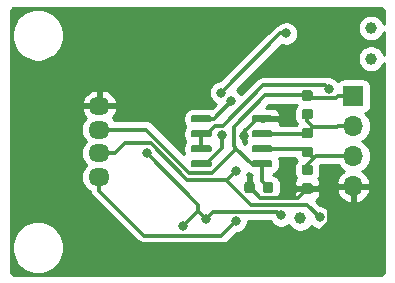
<source format=gbl>
G04 #@! TF.GenerationSoftware,KiCad,Pcbnew,(5.1.2)-1*
G04 #@! TF.CreationDate,2021-06-27T21:29:46+09:00*
G04 #@! TF.ProjectId,IR,49522e6b-6963-4616-945f-706362585858,v1.1*
G04 #@! TF.SameCoordinates,Original*
G04 #@! TF.FileFunction,Copper,L2,Bot*
G04 #@! TF.FilePolarity,Positive*
%FSLAX46Y46*%
G04 Gerber Fmt 4.6, Leading zero omitted, Abs format (unit mm)*
G04 Created by KiCad (PCBNEW (5.1.2)-1) date 2021-06-27 21:29:46*
%MOMM*%
%LPD*%
G04 APERTURE LIST*
%ADD10O,1.800000X1.524000*%
%ADD11C,1.000000*%
%ADD12C,0.050000*%
%ADD13C,0.875000*%
%ADD14R,1.700000X1.700000*%
%ADD15O,1.700000X1.700000*%
%ADD16C,0.600000*%
%ADD17C,0.800000*%
%ADD18C,0.300000*%
%ADD19C,0.254000*%
G04 APERTURE END LIST*
D10*
X185200000Y-114000000D03*
X185200000Y-112000000D03*
X185200000Y-110000000D03*
X185200000Y-108000000D03*
D11*
X202200000Y-117500000D03*
X208200000Y-101400000D03*
X208200000Y-104000000D03*
D12*
G36*
X199727691Y-114426053D02*
G01*
X199748926Y-114429203D01*
X199769750Y-114434419D01*
X199789962Y-114441651D01*
X199809368Y-114450830D01*
X199827781Y-114461866D01*
X199845024Y-114474654D01*
X199860930Y-114489070D01*
X199875346Y-114504976D01*
X199888134Y-114522219D01*
X199899170Y-114540632D01*
X199908349Y-114560038D01*
X199915581Y-114580250D01*
X199920797Y-114601074D01*
X199923947Y-114622309D01*
X199925000Y-114643750D01*
X199925000Y-115156250D01*
X199923947Y-115177691D01*
X199920797Y-115198926D01*
X199915581Y-115219750D01*
X199908349Y-115239962D01*
X199899170Y-115259368D01*
X199888134Y-115277781D01*
X199875346Y-115295024D01*
X199860930Y-115310930D01*
X199845024Y-115325346D01*
X199827781Y-115338134D01*
X199809368Y-115349170D01*
X199789962Y-115358349D01*
X199769750Y-115365581D01*
X199748926Y-115370797D01*
X199727691Y-115373947D01*
X199706250Y-115375000D01*
X199268750Y-115375000D01*
X199247309Y-115373947D01*
X199226074Y-115370797D01*
X199205250Y-115365581D01*
X199185038Y-115358349D01*
X199165632Y-115349170D01*
X199147219Y-115338134D01*
X199129976Y-115325346D01*
X199114070Y-115310930D01*
X199099654Y-115295024D01*
X199086866Y-115277781D01*
X199075830Y-115259368D01*
X199066651Y-115239962D01*
X199059419Y-115219750D01*
X199054203Y-115198926D01*
X199051053Y-115177691D01*
X199050000Y-115156250D01*
X199050000Y-114643750D01*
X199051053Y-114622309D01*
X199054203Y-114601074D01*
X199059419Y-114580250D01*
X199066651Y-114560038D01*
X199075830Y-114540632D01*
X199086866Y-114522219D01*
X199099654Y-114504976D01*
X199114070Y-114489070D01*
X199129976Y-114474654D01*
X199147219Y-114461866D01*
X199165632Y-114450830D01*
X199185038Y-114441651D01*
X199205250Y-114434419D01*
X199226074Y-114429203D01*
X199247309Y-114426053D01*
X199268750Y-114425000D01*
X199706250Y-114425000D01*
X199727691Y-114426053D01*
X199727691Y-114426053D01*
G37*
D13*
X199487500Y-114900000D03*
D12*
G36*
X198152691Y-114426053D02*
G01*
X198173926Y-114429203D01*
X198194750Y-114434419D01*
X198214962Y-114441651D01*
X198234368Y-114450830D01*
X198252781Y-114461866D01*
X198270024Y-114474654D01*
X198285930Y-114489070D01*
X198300346Y-114504976D01*
X198313134Y-114522219D01*
X198324170Y-114540632D01*
X198333349Y-114560038D01*
X198340581Y-114580250D01*
X198345797Y-114601074D01*
X198348947Y-114622309D01*
X198350000Y-114643750D01*
X198350000Y-115156250D01*
X198348947Y-115177691D01*
X198345797Y-115198926D01*
X198340581Y-115219750D01*
X198333349Y-115239962D01*
X198324170Y-115259368D01*
X198313134Y-115277781D01*
X198300346Y-115295024D01*
X198285930Y-115310930D01*
X198270024Y-115325346D01*
X198252781Y-115338134D01*
X198234368Y-115349170D01*
X198214962Y-115358349D01*
X198194750Y-115365581D01*
X198173926Y-115370797D01*
X198152691Y-115373947D01*
X198131250Y-115375000D01*
X197693750Y-115375000D01*
X197672309Y-115373947D01*
X197651074Y-115370797D01*
X197630250Y-115365581D01*
X197610038Y-115358349D01*
X197590632Y-115349170D01*
X197572219Y-115338134D01*
X197554976Y-115325346D01*
X197539070Y-115310930D01*
X197524654Y-115295024D01*
X197511866Y-115277781D01*
X197500830Y-115259368D01*
X197491651Y-115239962D01*
X197484419Y-115219750D01*
X197479203Y-115198926D01*
X197476053Y-115177691D01*
X197475000Y-115156250D01*
X197475000Y-114643750D01*
X197476053Y-114622309D01*
X197479203Y-114601074D01*
X197484419Y-114580250D01*
X197491651Y-114560038D01*
X197500830Y-114540632D01*
X197511866Y-114522219D01*
X197524654Y-114504976D01*
X197539070Y-114489070D01*
X197554976Y-114474654D01*
X197572219Y-114461866D01*
X197590632Y-114450830D01*
X197610038Y-114441651D01*
X197630250Y-114434419D01*
X197651074Y-114429203D01*
X197672309Y-114426053D01*
X197693750Y-114425000D01*
X198131250Y-114425000D01*
X198152691Y-114426053D01*
X198152691Y-114426053D01*
G37*
D13*
X197912500Y-114900000D03*
D14*
X206700000Y-107160000D03*
D15*
X206700000Y-109700000D03*
X206700000Y-112240000D03*
X206700000Y-114780000D03*
D12*
G36*
X203077691Y-108251053D02*
G01*
X203098926Y-108254203D01*
X203119750Y-108259419D01*
X203139962Y-108266651D01*
X203159368Y-108275830D01*
X203177781Y-108286866D01*
X203195024Y-108299654D01*
X203210930Y-108314070D01*
X203225346Y-108329976D01*
X203238134Y-108347219D01*
X203249170Y-108365632D01*
X203258349Y-108385038D01*
X203265581Y-108405250D01*
X203270797Y-108426074D01*
X203273947Y-108447309D01*
X203275000Y-108468750D01*
X203275000Y-108906250D01*
X203273947Y-108927691D01*
X203270797Y-108948926D01*
X203265581Y-108969750D01*
X203258349Y-108989962D01*
X203249170Y-109009368D01*
X203238134Y-109027781D01*
X203225346Y-109045024D01*
X203210930Y-109060930D01*
X203195024Y-109075346D01*
X203177781Y-109088134D01*
X203159368Y-109099170D01*
X203139962Y-109108349D01*
X203119750Y-109115581D01*
X203098926Y-109120797D01*
X203077691Y-109123947D01*
X203056250Y-109125000D01*
X202543750Y-109125000D01*
X202522309Y-109123947D01*
X202501074Y-109120797D01*
X202480250Y-109115581D01*
X202460038Y-109108349D01*
X202440632Y-109099170D01*
X202422219Y-109088134D01*
X202404976Y-109075346D01*
X202389070Y-109060930D01*
X202374654Y-109045024D01*
X202361866Y-109027781D01*
X202350830Y-109009368D01*
X202341651Y-108989962D01*
X202334419Y-108969750D01*
X202329203Y-108948926D01*
X202326053Y-108927691D01*
X202325000Y-108906250D01*
X202325000Y-108468750D01*
X202326053Y-108447309D01*
X202329203Y-108426074D01*
X202334419Y-108405250D01*
X202341651Y-108385038D01*
X202350830Y-108365632D01*
X202361866Y-108347219D01*
X202374654Y-108329976D01*
X202389070Y-108314070D01*
X202404976Y-108299654D01*
X202422219Y-108286866D01*
X202440632Y-108275830D01*
X202460038Y-108266651D01*
X202480250Y-108259419D01*
X202501074Y-108254203D01*
X202522309Y-108251053D01*
X202543750Y-108250000D01*
X203056250Y-108250000D01*
X203077691Y-108251053D01*
X203077691Y-108251053D01*
G37*
D13*
X202800000Y-108687500D03*
D12*
G36*
X203077691Y-106676053D02*
G01*
X203098926Y-106679203D01*
X203119750Y-106684419D01*
X203139962Y-106691651D01*
X203159368Y-106700830D01*
X203177781Y-106711866D01*
X203195024Y-106724654D01*
X203210930Y-106739070D01*
X203225346Y-106754976D01*
X203238134Y-106772219D01*
X203249170Y-106790632D01*
X203258349Y-106810038D01*
X203265581Y-106830250D01*
X203270797Y-106851074D01*
X203273947Y-106872309D01*
X203275000Y-106893750D01*
X203275000Y-107331250D01*
X203273947Y-107352691D01*
X203270797Y-107373926D01*
X203265581Y-107394750D01*
X203258349Y-107414962D01*
X203249170Y-107434368D01*
X203238134Y-107452781D01*
X203225346Y-107470024D01*
X203210930Y-107485930D01*
X203195024Y-107500346D01*
X203177781Y-107513134D01*
X203159368Y-107524170D01*
X203139962Y-107533349D01*
X203119750Y-107540581D01*
X203098926Y-107545797D01*
X203077691Y-107548947D01*
X203056250Y-107550000D01*
X202543750Y-107550000D01*
X202522309Y-107548947D01*
X202501074Y-107545797D01*
X202480250Y-107540581D01*
X202460038Y-107533349D01*
X202440632Y-107524170D01*
X202422219Y-107513134D01*
X202404976Y-107500346D01*
X202389070Y-107485930D01*
X202374654Y-107470024D01*
X202361866Y-107452781D01*
X202350830Y-107434368D01*
X202341651Y-107414962D01*
X202334419Y-107394750D01*
X202329203Y-107373926D01*
X202326053Y-107352691D01*
X202325000Y-107331250D01*
X202325000Y-106893750D01*
X202326053Y-106872309D01*
X202329203Y-106851074D01*
X202334419Y-106830250D01*
X202341651Y-106810038D01*
X202350830Y-106790632D01*
X202361866Y-106772219D01*
X202374654Y-106754976D01*
X202389070Y-106739070D01*
X202404976Y-106724654D01*
X202422219Y-106711866D01*
X202440632Y-106700830D01*
X202460038Y-106691651D01*
X202480250Y-106684419D01*
X202501074Y-106679203D01*
X202522309Y-106676053D01*
X202543750Y-106675000D01*
X203056250Y-106675000D01*
X203077691Y-106676053D01*
X203077691Y-106676053D01*
G37*
D13*
X202800000Y-107112500D03*
D12*
G36*
X203077691Y-114551053D02*
G01*
X203098926Y-114554203D01*
X203119750Y-114559419D01*
X203139962Y-114566651D01*
X203159368Y-114575830D01*
X203177781Y-114586866D01*
X203195024Y-114599654D01*
X203210930Y-114614070D01*
X203225346Y-114629976D01*
X203238134Y-114647219D01*
X203249170Y-114665632D01*
X203258349Y-114685038D01*
X203265581Y-114705250D01*
X203270797Y-114726074D01*
X203273947Y-114747309D01*
X203275000Y-114768750D01*
X203275000Y-115206250D01*
X203273947Y-115227691D01*
X203270797Y-115248926D01*
X203265581Y-115269750D01*
X203258349Y-115289962D01*
X203249170Y-115309368D01*
X203238134Y-115327781D01*
X203225346Y-115345024D01*
X203210930Y-115360930D01*
X203195024Y-115375346D01*
X203177781Y-115388134D01*
X203159368Y-115399170D01*
X203139962Y-115408349D01*
X203119750Y-115415581D01*
X203098926Y-115420797D01*
X203077691Y-115423947D01*
X203056250Y-115425000D01*
X202543750Y-115425000D01*
X202522309Y-115423947D01*
X202501074Y-115420797D01*
X202480250Y-115415581D01*
X202460038Y-115408349D01*
X202440632Y-115399170D01*
X202422219Y-115388134D01*
X202404976Y-115375346D01*
X202389070Y-115360930D01*
X202374654Y-115345024D01*
X202361866Y-115327781D01*
X202350830Y-115309368D01*
X202341651Y-115289962D01*
X202334419Y-115269750D01*
X202329203Y-115248926D01*
X202326053Y-115227691D01*
X202325000Y-115206250D01*
X202325000Y-114768750D01*
X202326053Y-114747309D01*
X202329203Y-114726074D01*
X202334419Y-114705250D01*
X202341651Y-114685038D01*
X202350830Y-114665632D01*
X202361866Y-114647219D01*
X202374654Y-114629976D01*
X202389070Y-114614070D01*
X202404976Y-114599654D01*
X202422219Y-114586866D01*
X202440632Y-114575830D01*
X202460038Y-114566651D01*
X202480250Y-114559419D01*
X202501074Y-114554203D01*
X202522309Y-114551053D01*
X202543750Y-114550000D01*
X203056250Y-114550000D01*
X203077691Y-114551053D01*
X203077691Y-114551053D01*
G37*
D13*
X202800000Y-114987500D03*
D12*
G36*
X203077691Y-112976053D02*
G01*
X203098926Y-112979203D01*
X203119750Y-112984419D01*
X203139962Y-112991651D01*
X203159368Y-113000830D01*
X203177781Y-113011866D01*
X203195024Y-113024654D01*
X203210930Y-113039070D01*
X203225346Y-113054976D01*
X203238134Y-113072219D01*
X203249170Y-113090632D01*
X203258349Y-113110038D01*
X203265581Y-113130250D01*
X203270797Y-113151074D01*
X203273947Y-113172309D01*
X203275000Y-113193750D01*
X203275000Y-113631250D01*
X203273947Y-113652691D01*
X203270797Y-113673926D01*
X203265581Y-113694750D01*
X203258349Y-113714962D01*
X203249170Y-113734368D01*
X203238134Y-113752781D01*
X203225346Y-113770024D01*
X203210930Y-113785930D01*
X203195024Y-113800346D01*
X203177781Y-113813134D01*
X203159368Y-113824170D01*
X203139962Y-113833349D01*
X203119750Y-113840581D01*
X203098926Y-113845797D01*
X203077691Y-113848947D01*
X203056250Y-113850000D01*
X202543750Y-113850000D01*
X202522309Y-113848947D01*
X202501074Y-113845797D01*
X202480250Y-113840581D01*
X202460038Y-113833349D01*
X202440632Y-113824170D01*
X202422219Y-113813134D01*
X202404976Y-113800346D01*
X202389070Y-113785930D01*
X202374654Y-113770024D01*
X202361866Y-113752781D01*
X202350830Y-113734368D01*
X202341651Y-113714962D01*
X202334419Y-113694750D01*
X202329203Y-113673926D01*
X202326053Y-113652691D01*
X202325000Y-113631250D01*
X202325000Y-113193750D01*
X202326053Y-113172309D01*
X202329203Y-113151074D01*
X202334419Y-113130250D01*
X202341651Y-113110038D01*
X202350830Y-113090632D01*
X202361866Y-113072219D01*
X202374654Y-113054976D01*
X202389070Y-113039070D01*
X202404976Y-113024654D01*
X202422219Y-113011866D01*
X202440632Y-113000830D01*
X202460038Y-112991651D01*
X202480250Y-112984419D01*
X202501074Y-112979203D01*
X202522309Y-112976053D01*
X202543750Y-112975000D01*
X203056250Y-112975000D01*
X203077691Y-112976053D01*
X203077691Y-112976053D01*
G37*
D13*
X202800000Y-113412500D03*
D12*
G36*
X203077691Y-111439053D02*
G01*
X203098926Y-111442203D01*
X203119750Y-111447419D01*
X203139962Y-111454651D01*
X203159368Y-111463830D01*
X203177781Y-111474866D01*
X203195024Y-111487654D01*
X203210930Y-111502070D01*
X203225346Y-111517976D01*
X203238134Y-111535219D01*
X203249170Y-111553632D01*
X203258349Y-111573038D01*
X203265581Y-111593250D01*
X203270797Y-111614074D01*
X203273947Y-111635309D01*
X203275000Y-111656750D01*
X203275000Y-112094250D01*
X203273947Y-112115691D01*
X203270797Y-112136926D01*
X203265581Y-112157750D01*
X203258349Y-112177962D01*
X203249170Y-112197368D01*
X203238134Y-112215781D01*
X203225346Y-112233024D01*
X203210930Y-112248930D01*
X203195024Y-112263346D01*
X203177781Y-112276134D01*
X203159368Y-112287170D01*
X203139962Y-112296349D01*
X203119750Y-112303581D01*
X203098926Y-112308797D01*
X203077691Y-112311947D01*
X203056250Y-112313000D01*
X202543750Y-112313000D01*
X202522309Y-112311947D01*
X202501074Y-112308797D01*
X202480250Y-112303581D01*
X202460038Y-112296349D01*
X202440632Y-112287170D01*
X202422219Y-112276134D01*
X202404976Y-112263346D01*
X202389070Y-112248930D01*
X202374654Y-112233024D01*
X202361866Y-112215781D01*
X202350830Y-112197368D01*
X202341651Y-112177962D01*
X202334419Y-112157750D01*
X202329203Y-112136926D01*
X202326053Y-112115691D01*
X202325000Y-112094250D01*
X202325000Y-111656750D01*
X202326053Y-111635309D01*
X202329203Y-111614074D01*
X202334419Y-111593250D01*
X202341651Y-111573038D01*
X202350830Y-111553632D01*
X202361866Y-111535219D01*
X202374654Y-111517976D01*
X202389070Y-111502070D01*
X202404976Y-111487654D01*
X202422219Y-111474866D01*
X202440632Y-111463830D01*
X202460038Y-111454651D01*
X202480250Y-111447419D01*
X202501074Y-111442203D01*
X202522309Y-111439053D01*
X202543750Y-111438000D01*
X203056250Y-111438000D01*
X203077691Y-111439053D01*
X203077691Y-111439053D01*
G37*
D13*
X202800000Y-111875500D03*
D12*
G36*
X203077691Y-109864053D02*
G01*
X203098926Y-109867203D01*
X203119750Y-109872419D01*
X203139962Y-109879651D01*
X203159368Y-109888830D01*
X203177781Y-109899866D01*
X203195024Y-109912654D01*
X203210930Y-109927070D01*
X203225346Y-109942976D01*
X203238134Y-109960219D01*
X203249170Y-109978632D01*
X203258349Y-109998038D01*
X203265581Y-110018250D01*
X203270797Y-110039074D01*
X203273947Y-110060309D01*
X203275000Y-110081750D01*
X203275000Y-110519250D01*
X203273947Y-110540691D01*
X203270797Y-110561926D01*
X203265581Y-110582750D01*
X203258349Y-110602962D01*
X203249170Y-110622368D01*
X203238134Y-110640781D01*
X203225346Y-110658024D01*
X203210930Y-110673930D01*
X203195024Y-110688346D01*
X203177781Y-110701134D01*
X203159368Y-110712170D01*
X203139962Y-110721349D01*
X203119750Y-110728581D01*
X203098926Y-110733797D01*
X203077691Y-110736947D01*
X203056250Y-110738000D01*
X202543750Y-110738000D01*
X202522309Y-110736947D01*
X202501074Y-110733797D01*
X202480250Y-110728581D01*
X202460038Y-110721349D01*
X202440632Y-110712170D01*
X202422219Y-110701134D01*
X202404976Y-110688346D01*
X202389070Y-110673930D01*
X202374654Y-110658024D01*
X202361866Y-110640781D01*
X202350830Y-110622368D01*
X202341651Y-110602962D01*
X202334419Y-110582750D01*
X202329203Y-110561926D01*
X202326053Y-110540691D01*
X202325000Y-110519250D01*
X202325000Y-110081750D01*
X202326053Y-110060309D01*
X202329203Y-110039074D01*
X202334419Y-110018250D01*
X202341651Y-109998038D01*
X202350830Y-109978632D01*
X202361866Y-109960219D01*
X202374654Y-109942976D01*
X202389070Y-109927070D01*
X202404976Y-109912654D01*
X202422219Y-109899866D01*
X202440632Y-109888830D01*
X202460038Y-109879651D01*
X202480250Y-109872419D01*
X202501074Y-109867203D01*
X202522309Y-109864053D01*
X202543750Y-109863000D01*
X203056250Y-109863000D01*
X203077691Y-109864053D01*
X203077691Y-109864053D01*
G37*
D13*
X202800000Y-110300500D03*
D12*
G36*
X194564703Y-112605722D02*
G01*
X194579264Y-112607882D01*
X194593543Y-112611459D01*
X194607403Y-112616418D01*
X194620710Y-112622712D01*
X194633336Y-112630280D01*
X194645159Y-112639048D01*
X194656066Y-112648934D01*
X194665952Y-112659841D01*
X194674720Y-112671664D01*
X194682288Y-112684290D01*
X194688582Y-112697597D01*
X194693541Y-112711457D01*
X194697118Y-112725736D01*
X194699278Y-112740297D01*
X194700000Y-112755000D01*
X194700000Y-113055000D01*
X194699278Y-113069703D01*
X194697118Y-113084264D01*
X194693541Y-113098543D01*
X194688582Y-113112403D01*
X194682288Y-113125710D01*
X194674720Y-113138336D01*
X194665952Y-113150159D01*
X194656066Y-113161066D01*
X194645159Y-113170952D01*
X194633336Y-113179720D01*
X194620710Y-113187288D01*
X194607403Y-113193582D01*
X194593543Y-113198541D01*
X194579264Y-113202118D01*
X194564703Y-113204278D01*
X194550000Y-113205000D01*
X193100000Y-113205000D01*
X193085297Y-113204278D01*
X193070736Y-113202118D01*
X193056457Y-113198541D01*
X193042597Y-113193582D01*
X193029290Y-113187288D01*
X193016664Y-113179720D01*
X193004841Y-113170952D01*
X192993934Y-113161066D01*
X192984048Y-113150159D01*
X192975280Y-113138336D01*
X192967712Y-113125710D01*
X192961418Y-113112403D01*
X192956459Y-113098543D01*
X192952882Y-113084264D01*
X192950722Y-113069703D01*
X192950000Y-113055000D01*
X192950000Y-112755000D01*
X192950722Y-112740297D01*
X192952882Y-112725736D01*
X192956459Y-112711457D01*
X192961418Y-112697597D01*
X192967712Y-112684290D01*
X192975280Y-112671664D01*
X192984048Y-112659841D01*
X192993934Y-112648934D01*
X193004841Y-112639048D01*
X193016664Y-112630280D01*
X193029290Y-112622712D01*
X193042597Y-112616418D01*
X193056457Y-112611459D01*
X193070736Y-112607882D01*
X193085297Y-112605722D01*
X193100000Y-112605000D01*
X194550000Y-112605000D01*
X194564703Y-112605722D01*
X194564703Y-112605722D01*
G37*
D16*
X193825000Y-112905000D03*
D12*
G36*
X194564703Y-111335722D02*
G01*
X194579264Y-111337882D01*
X194593543Y-111341459D01*
X194607403Y-111346418D01*
X194620710Y-111352712D01*
X194633336Y-111360280D01*
X194645159Y-111369048D01*
X194656066Y-111378934D01*
X194665952Y-111389841D01*
X194674720Y-111401664D01*
X194682288Y-111414290D01*
X194688582Y-111427597D01*
X194693541Y-111441457D01*
X194697118Y-111455736D01*
X194699278Y-111470297D01*
X194700000Y-111485000D01*
X194700000Y-111785000D01*
X194699278Y-111799703D01*
X194697118Y-111814264D01*
X194693541Y-111828543D01*
X194688582Y-111842403D01*
X194682288Y-111855710D01*
X194674720Y-111868336D01*
X194665952Y-111880159D01*
X194656066Y-111891066D01*
X194645159Y-111900952D01*
X194633336Y-111909720D01*
X194620710Y-111917288D01*
X194607403Y-111923582D01*
X194593543Y-111928541D01*
X194579264Y-111932118D01*
X194564703Y-111934278D01*
X194550000Y-111935000D01*
X193100000Y-111935000D01*
X193085297Y-111934278D01*
X193070736Y-111932118D01*
X193056457Y-111928541D01*
X193042597Y-111923582D01*
X193029290Y-111917288D01*
X193016664Y-111909720D01*
X193004841Y-111900952D01*
X192993934Y-111891066D01*
X192984048Y-111880159D01*
X192975280Y-111868336D01*
X192967712Y-111855710D01*
X192961418Y-111842403D01*
X192956459Y-111828543D01*
X192952882Y-111814264D01*
X192950722Y-111799703D01*
X192950000Y-111785000D01*
X192950000Y-111485000D01*
X192950722Y-111470297D01*
X192952882Y-111455736D01*
X192956459Y-111441457D01*
X192961418Y-111427597D01*
X192967712Y-111414290D01*
X192975280Y-111401664D01*
X192984048Y-111389841D01*
X192993934Y-111378934D01*
X193004841Y-111369048D01*
X193016664Y-111360280D01*
X193029290Y-111352712D01*
X193042597Y-111346418D01*
X193056457Y-111341459D01*
X193070736Y-111337882D01*
X193085297Y-111335722D01*
X193100000Y-111335000D01*
X194550000Y-111335000D01*
X194564703Y-111335722D01*
X194564703Y-111335722D01*
G37*
D16*
X193825000Y-111635000D03*
D12*
G36*
X194564703Y-110065722D02*
G01*
X194579264Y-110067882D01*
X194593543Y-110071459D01*
X194607403Y-110076418D01*
X194620710Y-110082712D01*
X194633336Y-110090280D01*
X194645159Y-110099048D01*
X194656066Y-110108934D01*
X194665952Y-110119841D01*
X194674720Y-110131664D01*
X194682288Y-110144290D01*
X194688582Y-110157597D01*
X194693541Y-110171457D01*
X194697118Y-110185736D01*
X194699278Y-110200297D01*
X194700000Y-110215000D01*
X194700000Y-110515000D01*
X194699278Y-110529703D01*
X194697118Y-110544264D01*
X194693541Y-110558543D01*
X194688582Y-110572403D01*
X194682288Y-110585710D01*
X194674720Y-110598336D01*
X194665952Y-110610159D01*
X194656066Y-110621066D01*
X194645159Y-110630952D01*
X194633336Y-110639720D01*
X194620710Y-110647288D01*
X194607403Y-110653582D01*
X194593543Y-110658541D01*
X194579264Y-110662118D01*
X194564703Y-110664278D01*
X194550000Y-110665000D01*
X193100000Y-110665000D01*
X193085297Y-110664278D01*
X193070736Y-110662118D01*
X193056457Y-110658541D01*
X193042597Y-110653582D01*
X193029290Y-110647288D01*
X193016664Y-110639720D01*
X193004841Y-110630952D01*
X192993934Y-110621066D01*
X192984048Y-110610159D01*
X192975280Y-110598336D01*
X192967712Y-110585710D01*
X192961418Y-110572403D01*
X192956459Y-110558543D01*
X192952882Y-110544264D01*
X192950722Y-110529703D01*
X192950000Y-110515000D01*
X192950000Y-110215000D01*
X192950722Y-110200297D01*
X192952882Y-110185736D01*
X192956459Y-110171457D01*
X192961418Y-110157597D01*
X192967712Y-110144290D01*
X192975280Y-110131664D01*
X192984048Y-110119841D01*
X192993934Y-110108934D01*
X193004841Y-110099048D01*
X193016664Y-110090280D01*
X193029290Y-110082712D01*
X193042597Y-110076418D01*
X193056457Y-110071459D01*
X193070736Y-110067882D01*
X193085297Y-110065722D01*
X193100000Y-110065000D01*
X194550000Y-110065000D01*
X194564703Y-110065722D01*
X194564703Y-110065722D01*
G37*
D16*
X193825000Y-110365000D03*
D12*
G36*
X194564703Y-108795722D02*
G01*
X194579264Y-108797882D01*
X194593543Y-108801459D01*
X194607403Y-108806418D01*
X194620710Y-108812712D01*
X194633336Y-108820280D01*
X194645159Y-108829048D01*
X194656066Y-108838934D01*
X194665952Y-108849841D01*
X194674720Y-108861664D01*
X194682288Y-108874290D01*
X194688582Y-108887597D01*
X194693541Y-108901457D01*
X194697118Y-108915736D01*
X194699278Y-108930297D01*
X194700000Y-108945000D01*
X194700000Y-109245000D01*
X194699278Y-109259703D01*
X194697118Y-109274264D01*
X194693541Y-109288543D01*
X194688582Y-109302403D01*
X194682288Y-109315710D01*
X194674720Y-109328336D01*
X194665952Y-109340159D01*
X194656066Y-109351066D01*
X194645159Y-109360952D01*
X194633336Y-109369720D01*
X194620710Y-109377288D01*
X194607403Y-109383582D01*
X194593543Y-109388541D01*
X194579264Y-109392118D01*
X194564703Y-109394278D01*
X194550000Y-109395000D01*
X193100000Y-109395000D01*
X193085297Y-109394278D01*
X193070736Y-109392118D01*
X193056457Y-109388541D01*
X193042597Y-109383582D01*
X193029290Y-109377288D01*
X193016664Y-109369720D01*
X193004841Y-109360952D01*
X192993934Y-109351066D01*
X192984048Y-109340159D01*
X192975280Y-109328336D01*
X192967712Y-109315710D01*
X192961418Y-109302403D01*
X192956459Y-109288543D01*
X192952882Y-109274264D01*
X192950722Y-109259703D01*
X192950000Y-109245000D01*
X192950000Y-108945000D01*
X192950722Y-108930297D01*
X192952882Y-108915736D01*
X192956459Y-108901457D01*
X192961418Y-108887597D01*
X192967712Y-108874290D01*
X192975280Y-108861664D01*
X192984048Y-108849841D01*
X192993934Y-108838934D01*
X193004841Y-108829048D01*
X193016664Y-108820280D01*
X193029290Y-108812712D01*
X193042597Y-108806418D01*
X193056457Y-108801459D01*
X193070736Y-108797882D01*
X193085297Y-108795722D01*
X193100000Y-108795000D01*
X194550000Y-108795000D01*
X194564703Y-108795722D01*
X194564703Y-108795722D01*
G37*
D16*
X193825000Y-109095000D03*
D12*
G36*
X199714703Y-108795722D02*
G01*
X199729264Y-108797882D01*
X199743543Y-108801459D01*
X199757403Y-108806418D01*
X199770710Y-108812712D01*
X199783336Y-108820280D01*
X199795159Y-108829048D01*
X199806066Y-108838934D01*
X199815952Y-108849841D01*
X199824720Y-108861664D01*
X199832288Y-108874290D01*
X199838582Y-108887597D01*
X199843541Y-108901457D01*
X199847118Y-108915736D01*
X199849278Y-108930297D01*
X199850000Y-108945000D01*
X199850000Y-109245000D01*
X199849278Y-109259703D01*
X199847118Y-109274264D01*
X199843541Y-109288543D01*
X199838582Y-109302403D01*
X199832288Y-109315710D01*
X199824720Y-109328336D01*
X199815952Y-109340159D01*
X199806066Y-109351066D01*
X199795159Y-109360952D01*
X199783336Y-109369720D01*
X199770710Y-109377288D01*
X199757403Y-109383582D01*
X199743543Y-109388541D01*
X199729264Y-109392118D01*
X199714703Y-109394278D01*
X199700000Y-109395000D01*
X198250000Y-109395000D01*
X198235297Y-109394278D01*
X198220736Y-109392118D01*
X198206457Y-109388541D01*
X198192597Y-109383582D01*
X198179290Y-109377288D01*
X198166664Y-109369720D01*
X198154841Y-109360952D01*
X198143934Y-109351066D01*
X198134048Y-109340159D01*
X198125280Y-109328336D01*
X198117712Y-109315710D01*
X198111418Y-109302403D01*
X198106459Y-109288543D01*
X198102882Y-109274264D01*
X198100722Y-109259703D01*
X198100000Y-109245000D01*
X198100000Y-108945000D01*
X198100722Y-108930297D01*
X198102882Y-108915736D01*
X198106459Y-108901457D01*
X198111418Y-108887597D01*
X198117712Y-108874290D01*
X198125280Y-108861664D01*
X198134048Y-108849841D01*
X198143934Y-108838934D01*
X198154841Y-108829048D01*
X198166664Y-108820280D01*
X198179290Y-108812712D01*
X198192597Y-108806418D01*
X198206457Y-108801459D01*
X198220736Y-108797882D01*
X198235297Y-108795722D01*
X198250000Y-108795000D01*
X199700000Y-108795000D01*
X199714703Y-108795722D01*
X199714703Y-108795722D01*
G37*
D16*
X198975000Y-109095000D03*
D12*
G36*
X199714703Y-110065722D02*
G01*
X199729264Y-110067882D01*
X199743543Y-110071459D01*
X199757403Y-110076418D01*
X199770710Y-110082712D01*
X199783336Y-110090280D01*
X199795159Y-110099048D01*
X199806066Y-110108934D01*
X199815952Y-110119841D01*
X199824720Y-110131664D01*
X199832288Y-110144290D01*
X199838582Y-110157597D01*
X199843541Y-110171457D01*
X199847118Y-110185736D01*
X199849278Y-110200297D01*
X199850000Y-110215000D01*
X199850000Y-110515000D01*
X199849278Y-110529703D01*
X199847118Y-110544264D01*
X199843541Y-110558543D01*
X199838582Y-110572403D01*
X199832288Y-110585710D01*
X199824720Y-110598336D01*
X199815952Y-110610159D01*
X199806066Y-110621066D01*
X199795159Y-110630952D01*
X199783336Y-110639720D01*
X199770710Y-110647288D01*
X199757403Y-110653582D01*
X199743543Y-110658541D01*
X199729264Y-110662118D01*
X199714703Y-110664278D01*
X199700000Y-110665000D01*
X198250000Y-110665000D01*
X198235297Y-110664278D01*
X198220736Y-110662118D01*
X198206457Y-110658541D01*
X198192597Y-110653582D01*
X198179290Y-110647288D01*
X198166664Y-110639720D01*
X198154841Y-110630952D01*
X198143934Y-110621066D01*
X198134048Y-110610159D01*
X198125280Y-110598336D01*
X198117712Y-110585710D01*
X198111418Y-110572403D01*
X198106459Y-110558543D01*
X198102882Y-110544264D01*
X198100722Y-110529703D01*
X198100000Y-110515000D01*
X198100000Y-110215000D01*
X198100722Y-110200297D01*
X198102882Y-110185736D01*
X198106459Y-110171457D01*
X198111418Y-110157597D01*
X198117712Y-110144290D01*
X198125280Y-110131664D01*
X198134048Y-110119841D01*
X198143934Y-110108934D01*
X198154841Y-110099048D01*
X198166664Y-110090280D01*
X198179290Y-110082712D01*
X198192597Y-110076418D01*
X198206457Y-110071459D01*
X198220736Y-110067882D01*
X198235297Y-110065722D01*
X198250000Y-110065000D01*
X199700000Y-110065000D01*
X199714703Y-110065722D01*
X199714703Y-110065722D01*
G37*
D16*
X198975000Y-110365000D03*
D12*
G36*
X199714703Y-111335722D02*
G01*
X199729264Y-111337882D01*
X199743543Y-111341459D01*
X199757403Y-111346418D01*
X199770710Y-111352712D01*
X199783336Y-111360280D01*
X199795159Y-111369048D01*
X199806066Y-111378934D01*
X199815952Y-111389841D01*
X199824720Y-111401664D01*
X199832288Y-111414290D01*
X199838582Y-111427597D01*
X199843541Y-111441457D01*
X199847118Y-111455736D01*
X199849278Y-111470297D01*
X199850000Y-111485000D01*
X199850000Y-111785000D01*
X199849278Y-111799703D01*
X199847118Y-111814264D01*
X199843541Y-111828543D01*
X199838582Y-111842403D01*
X199832288Y-111855710D01*
X199824720Y-111868336D01*
X199815952Y-111880159D01*
X199806066Y-111891066D01*
X199795159Y-111900952D01*
X199783336Y-111909720D01*
X199770710Y-111917288D01*
X199757403Y-111923582D01*
X199743543Y-111928541D01*
X199729264Y-111932118D01*
X199714703Y-111934278D01*
X199700000Y-111935000D01*
X198250000Y-111935000D01*
X198235297Y-111934278D01*
X198220736Y-111932118D01*
X198206457Y-111928541D01*
X198192597Y-111923582D01*
X198179290Y-111917288D01*
X198166664Y-111909720D01*
X198154841Y-111900952D01*
X198143934Y-111891066D01*
X198134048Y-111880159D01*
X198125280Y-111868336D01*
X198117712Y-111855710D01*
X198111418Y-111842403D01*
X198106459Y-111828543D01*
X198102882Y-111814264D01*
X198100722Y-111799703D01*
X198100000Y-111785000D01*
X198100000Y-111485000D01*
X198100722Y-111470297D01*
X198102882Y-111455736D01*
X198106459Y-111441457D01*
X198111418Y-111427597D01*
X198117712Y-111414290D01*
X198125280Y-111401664D01*
X198134048Y-111389841D01*
X198143934Y-111378934D01*
X198154841Y-111369048D01*
X198166664Y-111360280D01*
X198179290Y-111352712D01*
X198192597Y-111346418D01*
X198206457Y-111341459D01*
X198220736Y-111337882D01*
X198235297Y-111335722D01*
X198250000Y-111335000D01*
X199700000Y-111335000D01*
X199714703Y-111335722D01*
X199714703Y-111335722D01*
G37*
D16*
X198975000Y-111635000D03*
D12*
G36*
X199714703Y-112605722D02*
G01*
X199729264Y-112607882D01*
X199743543Y-112611459D01*
X199757403Y-112616418D01*
X199770710Y-112622712D01*
X199783336Y-112630280D01*
X199795159Y-112639048D01*
X199806066Y-112648934D01*
X199815952Y-112659841D01*
X199824720Y-112671664D01*
X199832288Y-112684290D01*
X199838582Y-112697597D01*
X199843541Y-112711457D01*
X199847118Y-112725736D01*
X199849278Y-112740297D01*
X199850000Y-112755000D01*
X199850000Y-113055000D01*
X199849278Y-113069703D01*
X199847118Y-113084264D01*
X199843541Y-113098543D01*
X199838582Y-113112403D01*
X199832288Y-113125710D01*
X199824720Y-113138336D01*
X199815952Y-113150159D01*
X199806066Y-113161066D01*
X199795159Y-113170952D01*
X199783336Y-113179720D01*
X199770710Y-113187288D01*
X199757403Y-113193582D01*
X199743543Y-113198541D01*
X199729264Y-113202118D01*
X199714703Y-113204278D01*
X199700000Y-113205000D01*
X198250000Y-113205000D01*
X198235297Y-113204278D01*
X198220736Y-113202118D01*
X198206457Y-113198541D01*
X198192597Y-113193582D01*
X198179290Y-113187288D01*
X198166664Y-113179720D01*
X198154841Y-113170952D01*
X198143934Y-113161066D01*
X198134048Y-113150159D01*
X198125280Y-113138336D01*
X198117712Y-113125710D01*
X198111418Y-113112403D01*
X198106459Y-113098543D01*
X198102882Y-113084264D01*
X198100722Y-113069703D01*
X198100000Y-113055000D01*
X198100000Y-112755000D01*
X198100722Y-112740297D01*
X198102882Y-112725736D01*
X198106459Y-112711457D01*
X198111418Y-112697597D01*
X198117712Y-112684290D01*
X198125280Y-112671664D01*
X198134048Y-112659841D01*
X198143934Y-112648934D01*
X198154841Y-112639048D01*
X198166664Y-112630280D01*
X198179290Y-112622712D01*
X198192597Y-112616418D01*
X198206457Y-112611459D01*
X198220736Y-112607882D01*
X198235297Y-112605722D01*
X198250000Y-112605000D01*
X199700000Y-112605000D01*
X199714703Y-112605722D01*
X199714703Y-112605722D01*
G37*
D16*
X198975000Y-112905000D03*
D17*
X200582300Y-117255400D03*
X192285100Y-118155800D03*
X194218800Y-117554900D03*
X189222000Y-112012700D03*
X200184300Y-120254700D03*
X197409300Y-110572100D03*
X188588600Y-119766000D03*
X204800000Y-101100000D03*
X189900000Y-105000000D03*
X196737000Y-117750200D03*
X203841100Y-117436500D03*
X196731100Y-113525000D03*
X195580100Y-110490300D03*
X196380500Y-107606900D03*
X201010700Y-101854700D03*
X195507400Y-106876600D03*
X204609400Y-106531800D03*
D18*
X200582300Y-117255400D02*
X200266800Y-116939900D01*
X200266800Y-116939900D02*
X194833800Y-116939900D01*
X194833800Y-116939900D02*
X194218800Y-117554900D01*
X193552400Y-116888500D02*
X192285100Y-118155800D01*
X189222000Y-112012700D02*
X193552400Y-116343100D01*
X193552400Y-116343100D02*
X193552400Y-116888500D01*
X194218800Y-117554900D02*
X193552400Y-116888500D01*
X200184300Y-119702600D02*
X188652000Y-119702600D01*
X204660100Y-114987500D02*
X204660100Y-117790100D01*
X204660100Y-117790100D02*
X202747600Y-119702600D01*
X202747600Y-119702600D02*
X200184300Y-119702600D01*
X200184300Y-119702600D02*
X200184300Y-120254700D01*
X204660100Y-114987500D02*
X202800000Y-114987500D01*
X205439700Y-114780000D02*
X205232200Y-114987500D01*
X205232200Y-114987500D02*
X204660100Y-114987500D01*
X202800000Y-114987500D02*
X201981200Y-115806300D01*
X201981200Y-115806300D02*
X198818800Y-115806300D01*
X198818800Y-115806300D02*
X197912500Y-114900000D01*
X188652000Y-119702600D02*
X188588600Y-119766000D01*
X206700000Y-114780000D02*
X205439700Y-114780000D01*
X198975000Y-109095000D02*
X198528300Y-109095000D01*
X198528300Y-109095000D02*
X197409300Y-110214000D01*
X197409300Y-110214000D02*
X197409300Y-110572100D01*
X183878500Y-114929100D02*
X188652000Y-119702600D01*
X183629100Y-114929100D02*
X183878500Y-114929100D01*
X183500000Y-114800000D02*
X183629100Y-114929100D01*
X182900000Y-107700000D02*
X183500000Y-108300000D01*
X183500000Y-108300000D02*
X183500000Y-114800000D01*
X196805200Y-111602000D02*
X196590600Y-111387500D01*
X196590600Y-111387500D02*
X196590600Y-109786000D01*
X196590600Y-109786000D02*
X199264100Y-107112500D01*
X199264100Y-107112500D02*
X202800000Y-107112500D01*
X198975000Y-112905000D02*
X198108100Y-112905000D01*
X198108100Y-112905000D02*
X196805200Y-111602000D01*
X196805200Y-111602000D02*
X194764600Y-113642600D01*
X194764600Y-113642600D02*
X192827000Y-113642600D01*
X192827000Y-113642600D02*
X189184400Y-110000000D01*
X189184400Y-110000000D02*
X185200000Y-110000000D01*
X202800000Y-107112500D02*
X203029600Y-107342100D01*
X203029600Y-107342100D02*
X205257600Y-107342100D01*
X205257600Y-107342100D02*
X205439700Y-107160000D01*
X198975000Y-112905000D02*
X198975000Y-114387500D01*
X198975000Y-114387500D02*
X199487500Y-114900000D01*
X206700000Y-107160000D02*
X205439700Y-107160000D01*
X185200000Y-114000000D02*
X185200000Y-115172300D01*
X185200000Y-115172300D02*
X188995900Y-118968200D01*
X188995900Y-118968200D02*
X195519000Y-118968200D01*
X195519000Y-118968200D02*
X196737000Y-117750200D01*
X196008200Y-114247900D02*
X196008200Y-114364100D01*
X196008200Y-114364100D02*
X198010800Y-116366700D01*
X198010800Y-116366700D02*
X202771300Y-116366700D01*
X202771300Y-116366700D02*
X203841100Y-117436500D01*
X196731100Y-113525000D02*
X196008200Y-114247900D01*
X196008200Y-114247900D02*
X192621600Y-114247900D01*
X192621600Y-114247900D02*
X189546100Y-111172400D01*
X189546100Y-111172400D02*
X187337900Y-111172400D01*
X187337900Y-111172400D02*
X186510300Y-112000000D01*
X185200000Y-112000000D02*
X186510300Y-112000000D01*
X193825000Y-112905000D02*
X194267400Y-112905000D01*
X194267400Y-112905000D02*
X195580100Y-111592300D01*
X195580100Y-111592300D02*
X195580100Y-110490300D01*
X193825000Y-109095000D02*
X194892400Y-109095000D01*
X194892400Y-109095000D02*
X196380500Y-107606900D01*
X195507400Y-106876600D02*
X200529300Y-101854700D01*
X200529300Y-101854700D02*
X201010700Y-101854700D01*
X198975000Y-110365000D02*
X202735500Y-110365000D01*
X202735500Y-110365000D02*
X202800000Y-110300500D01*
X203309800Y-109790700D02*
X202800000Y-109280900D01*
X202800000Y-109280900D02*
X202800000Y-108687500D01*
X205439700Y-109700000D02*
X205349000Y-109790700D01*
X205349000Y-109790700D02*
X203309800Y-109790700D01*
X202800000Y-110300500D02*
X203309800Y-109790700D01*
X206700000Y-109700000D02*
X205439700Y-109700000D01*
X198975000Y-111635000D02*
X202559500Y-111635000D01*
X202559500Y-111635000D02*
X202800000Y-111875500D01*
X203368800Y-112444300D02*
X202800000Y-113013100D01*
X202800000Y-113013100D02*
X202800000Y-113412500D01*
X205439700Y-112240000D02*
X203573100Y-112240000D01*
X203573100Y-112240000D02*
X203368800Y-112444300D01*
X202800000Y-111875500D02*
X203368800Y-112444300D01*
X206700000Y-112240000D02*
X205439700Y-112240000D01*
X193825000Y-110365000D02*
X193825000Y-111635000D01*
X193825000Y-110365000D02*
X194321000Y-110365000D01*
X194321000Y-110365000D02*
X195021300Y-109664700D01*
X195021300Y-109664700D02*
X195665600Y-109664700D01*
X195665600Y-109664700D02*
X199066500Y-106263800D01*
X199066500Y-106263800D02*
X204341400Y-106263800D01*
X204341400Y-106263800D02*
X204609400Y-106531800D01*
D19*
G36*
X209055665Y-99718863D02*
G01*
X209109214Y-99735030D01*
X209158597Y-99761288D01*
X209201945Y-99796641D01*
X209237600Y-99839740D01*
X209264201Y-99888937D01*
X209280742Y-99942375D01*
X209290000Y-100030455D01*
X209290000Y-101065594D01*
X209205824Y-100862376D01*
X209081612Y-100676480D01*
X208923520Y-100518388D01*
X208737624Y-100394176D01*
X208531067Y-100308617D01*
X208311788Y-100265000D01*
X208088212Y-100265000D01*
X207868933Y-100308617D01*
X207662376Y-100394176D01*
X207476480Y-100518388D01*
X207318388Y-100676480D01*
X207194176Y-100862376D01*
X207108617Y-101068933D01*
X207065000Y-101288212D01*
X207065000Y-101511788D01*
X207108617Y-101731067D01*
X207194176Y-101937624D01*
X207318388Y-102123520D01*
X207476480Y-102281612D01*
X207662376Y-102405824D01*
X207868933Y-102491383D01*
X208088212Y-102535000D01*
X208311788Y-102535000D01*
X208531067Y-102491383D01*
X208737624Y-102405824D01*
X208923520Y-102281612D01*
X209081612Y-102123520D01*
X209205824Y-101937624D01*
X209290000Y-101734406D01*
X209290000Y-103665595D01*
X209205824Y-103462376D01*
X209081612Y-103276480D01*
X208923520Y-103118388D01*
X208737624Y-102994176D01*
X208531067Y-102908617D01*
X208311788Y-102865000D01*
X208088212Y-102865000D01*
X207868933Y-102908617D01*
X207662376Y-102994176D01*
X207476480Y-103118388D01*
X207318388Y-103276480D01*
X207194176Y-103462376D01*
X207108617Y-103668933D01*
X207065000Y-103888212D01*
X207065000Y-104111788D01*
X207108617Y-104331067D01*
X207194176Y-104537624D01*
X207318388Y-104723520D01*
X207476480Y-104881612D01*
X207662376Y-105005824D01*
X207868933Y-105091383D01*
X208088212Y-105135000D01*
X208311788Y-105135000D01*
X208531067Y-105091383D01*
X208737624Y-105005824D01*
X208923520Y-104881612D01*
X209081612Y-104723520D01*
X209205824Y-104537624D01*
X209290000Y-104334405D01*
X209290001Y-121965269D01*
X209281138Y-122055664D01*
X209264970Y-122109214D01*
X209238712Y-122158597D01*
X209203357Y-122201947D01*
X209160261Y-122237599D01*
X209111063Y-122264201D01*
X209057625Y-122280742D01*
X208969545Y-122290000D01*
X178034721Y-122290000D01*
X177944336Y-122281138D01*
X177890786Y-122264970D01*
X177841403Y-122238712D01*
X177798053Y-122203357D01*
X177762401Y-122160261D01*
X177735799Y-122111063D01*
X177719258Y-122057625D01*
X177710000Y-121969545D01*
X177710000Y-119779872D01*
X177765000Y-119779872D01*
X177765000Y-120220128D01*
X177850890Y-120651925D01*
X178019369Y-121058669D01*
X178263962Y-121424729D01*
X178575271Y-121736038D01*
X178941331Y-121980631D01*
X179348075Y-122149110D01*
X179779872Y-122235000D01*
X180220128Y-122235000D01*
X180651925Y-122149110D01*
X181058669Y-121980631D01*
X181424729Y-121736038D01*
X181736038Y-121424729D01*
X181980631Y-121058669D01*
X182149110Y-120651925D01*
X182235000Y-120220128D01*
X182235000Y-119779872D01*
X182149110Y-119348075D01*
X181980631Y-118941331D01*
X181736038Y-118575271D01*
X181424729Y-118263962D01*
X181058669Y-118019369D01*
X180651925Y-117850890D01*
X180220128Y-117765000D01*
X179779872Y-117765000D01*
X179348075Y-117850890D01*
X178941331Y-118019369D01*
X178575271Y-118263962D01*
X178263962Y-118575271D01*
X178019369Y-118941331D01*
X177850890Y-119348075D01*
X177765000Y-119779872D01*
X177710000Y-119779872D01*
X177710000Y-110000000D01*
X183658241Y-110000000D01*
X183685214Y-110273860D01*
X183765096Y-110537195D01*
X183894817Y-110779887D01*
X184069392Y-110992608D01*
X184078399Y-111000000D01*
X184069392Y-111007392D01*
X183894817Y-111220113D01*
X183765096Y-111462805D01*
X183685214Y-111726140D01*
X183658241Y-112000000D01*
X183685214Y-112273860D01*
X183765096Y-112537195D01*
X183894817Y-112779887D01*
X184069392Y-112992608D01*
X184078399Y-113000000D01*
X184069392Y-113007392D01*
X183894817Y-113220113D01*
X183765096Y-113462805D01*
X183685214Y-113726140D01*
X183658241Y-114000000D01*
X183685214Y-114273860D01*
X183765096Y-114537195D01*
X183894817Y-114779887D01*
X184069392Y-114992608D01*
X184282113Y-115167183D01*
X184417844Y-115239733D01*
X184426359Y-115326186D01*
X184471246Y-115474159D01*
X184505177Y-115537640D01*
X184544139Y-115610533D01*
X184566637Y-115637946D01*
X184617655Y-115700112D01*
X184617659Y-115700116D01*
X184642237Y-115730064D01*
X184672185Y-115754642D01*
X188413558Y-119496016D01*
X188438136Y-119525964D01*
X188468084Y-119550542D01*
X188468087Y-119550545D01*
X188497459Y-119574650D01*
X188557667Y-119624062D01*
X188694040Y-119696954D01*
X188807572Y-119731394D01*
X188842012Y-119741841D01*
X188856390Y-119743257D01*
X188957339Y-119753200D01*
X188957346Y-119753200D01*
X188995899Y-119756997D01*
X189034452Y-119753200D01*
X195480447Y-119753200D01*
X195519000Y-119756997D01*
X195557553Y-119753200D01*
X195557561Y-119753200D01*
X195672887Y-119741841D01*
X195820860Y-119696954D01*
X195957233Y-119624062D01*
X196076764Y-119525964D01*
X196101347Y-119496010D01*
X196812158Y-118785200D01*
X196838939Y-118785200D01*
X197038898Y-118745426D01*
X197227256Y-118667405D01*
X197396774Y-118554137D01*
X197540937Y-118409974D01*
X197654205Y-118240456D01*
X197732226Y-118052098D01*
X197772000Y-117852139D01*
X197772000Y-117724900D01*
X199656498Y-117724900D01*
X199665095Y-117745656D01*
X199778363Y-117915174D01*
X199922526Y-118059337D01*
X200092044Y-118172605D01*
X200280402Y-118250626D01*
X200480361Y-118290400D01*
X200684239Y-118290400D01*
X200884198Y-118250626D01*
X201072556Y-118172605D01*
X201218990Y-118074761D01*
X201318388Y-118223520D01*
X201476480Y-118381612D01*
X201662376Y-118505824D01*
X201868933Y-118591383D01*
X202088212Y-118635000D01*
X202311788Y-118635000D01*
X202531067Y-118591383D01*
X202737624Y-118505824D01*
X202923520Y-118381612D01*
X203081612Y-118223520D01*
X203114776Y-118173887D01*
X203181326Y-118240437D01*
X203350844Y-118353705D01*
X203539202Y-118431726D01*
X203739161Y-118471500D01*
X203943039Y-118471500D01*
X204142998Y-118431726D01*
X204331356Y-118353705D01*
X204500874Y-118240437D01*
X204645037Y-118096274D01*
X204758305Y-117926756D01*
X204836326Y-117738398D01*
X204876100Y-117538439D01*
X204876100Y-117334561D01*
X204836326Y-117134602D01*
X204758305Y-116946244D01*
X204645037Y-116776726D01*
X204500874Y-116632563D01*
X204331356Y-116519295D01*
X204142998Y-116441274D01*
X203943039Y-116401500D01*
X203916257Y-116401500D01*
X203525748Y-116010991D01*
X203629494Y-115955537D01*
X203726185Y-115876185D01*
X203805537Y-115779494D01*
X203864502Y-115669180D01*
X203900812Y-115549482D01*
X203913072Y-115425000D01*
X203910000Y-115273250D01*
X203773640Y-115136890D01*
X205258524Y-115136890D01*
X205303175Y-115284099D01*
X205428359Y-115546920D01*
X205602412Y-115780269D01*
X205818645Y-115975178D01*
X206068748Y-116124157D01*
X206343109Y-116221481D01*
X206573000Y-116100814D01*
X206573000Y-114907000D01*
X206827000Y-114907000D01*
X206827000Y-116100814D01*
X207056891Y-116221481D01*
X207331252Y-116124157D01*
X207581355Y-115975178D01*
X207797588Y-115780269D01*
X207971641Y-115546920D01*
X208096825Y-115284099D01*
X208141476Y-115136890D01*
X208020155Y-114907000D01*
X206827000Y-114907000D01*
X206573000Y-114907000D01*
X205379845Y-114907000D01*
X205258524Y-115136890D01*
X203773640Y-115136890D01*
X203751250Y-115114500D01*
X202927000Y-115114500D01*
X202927000Y-115134500D01*
X202673000Y-115134500D01*
X202673000Y-115114500D01*
X201848750Y-115114500D01*
X201690000Y-115273250D01*
X201686928Y-115425000D01*
X201699188Y-115549482D01*
X201708961Y-115581700D01*
X200445704Y-115581700D01*
X200497850Y-115484142D01*
X200546608Y-115323408D01*
X200563072Y-115156250D01*
X200563072Y-114643750D01*
X200546608Y-114476592D01*
X200497850Y-114315858D01*
X200418671Y-114167725D01*
X200312115Y-114037885D01*
X200182275Y-113931329D01*
X200034142Y-113852150D01*
X199904021Y-113812678D01*
X200001582Y-113783084D01*
X200137829Y-113710258D01*
X200257251Y-113612251D01*
X200355258Y-113492829D01*
X200428084Y-113356582D01*
X200472929Y-113208745D01*
X200488072Y-113055000D01*
X200488072Y-112755000D01*
X200472929Y-112601255D01*
X200428084Y-112453418D01*
X200410222Y-112420000D01*
X201751500Y-112420000D01*
X201752150Y-112422142D01*
X201831329Y-112570275D01*
X201891833Y-112644000D01*
X201831329Y-112717725D01*
X201752150Y-112865858D01*
X201703392Y-113026592D01*
X201686928Y-113193750D01*
X201686928Y-113631250D01*
X201703392Y-113798408D01*
X201752150Y-113959142D01*
X201831329Y-114107275D01*
X201849100Y-114128930D01*
X201794463Y-114195506D01*
X201735498Y-114305820D01*
X201699188Y-114425518D01*
X201686928Y-114550000D01*
X201690000Y-114701750D01*
X201848750Y-114860500D01*
X202673000Y-114860500D01*
X202673000Y-114840500D01*
X202927000Y-114840500D01*
X202927000Y-114860500D01*
X203751250Y-114860500D01*
X203910000Y-114701750D01*
X203913072Y-114550000D01*
X203900812Y-114425518D01*
X203864502Y-114305820D01*
X203805537Y-114195506D01*
X203750900Y-114128930D01*
X203768671Y-114107275D01*
X203847850Y-113959142D01*
X203896608Y-113798408D01*
X203913072Y-113631250D01*
X203913072Y-113193750D01*
X203896613Y-113026644D01*
X203898616Y-113025000D01*
X205435768Y-113025000D01*
X205459294Y-113069014D01*
X205644866Y-113295134D01*
X205870986Y-113480706D01*
X205935523Y-113515201D01*
X205818645Y-113584822D01*
X205602412Y-113779731D01*
X205428359Y-114013080D01*
X205303175Y-114275901D01*
X205258524Y-114423110D01*
X205379845Y-114653000D01*
X206573000Y-114653000D01*
X206573000Y-114633000D01*
X206827000Y-114633000D01*
X206827000Y-114653000D01*
X208020155Y-114653000D01*
X208141476Y-114423110D01*
X208096825Y-114275901D01*
X207971641Y-114013080D01*
X207797588Y-113779731D01*
X207581355Y-113584822D01*
X207464477Y-113515201D01*
X207529014Y-113480706D01*
X207755134Y-113295134D01*
X207940706Y-113069014D01*
X208078599Y-112811034D01*
X208163513Y-112531111D01*
X208192185Y-112240000D01*
X208163513Y-111948889D01*
X208078599Y-111668966D01*
X207940706Y-111410986D01*
X207755134Y-111184866D01*
X207529014Y-110999294D01*
X207474209Y-110970000D01*
X207529014Y-110940706D01*
X207755134Y-110755134D01*
X207940706Y-110529014D01*
X208078599Y-110271034D01*
X208163513Y-109991111D01*
X208192185Y-109700000D01*
X208163513Y-109408889D01*
X208078599Y-109128966D01*
X207940706Y-108870986D01*
X207755134Y-108644866D01*
X207725313Y-108620393D01*
X207794180Y-108599502D01*
X207904494Y-108540537D01*
X208001185Y-108461185D01*
X208080537Y-108364494D01*
X208139502Y-108254180D01*
X208175812Y-108134482D01*
X208188072Y-108010000D01*
X208188072Y-106310000D01*
X208175812Y-106185518D01*
X208139502Y-106065820D01*
X208080537Y-105955506D01*
X208001185Y-105858815D01*
X207904494Y-105779463D01*
X207794180Y-105720498D01*
X207674482Y-105684188D01*
X207550000Y-105671928D01*
X205850000Y-105671928D01*
X205725518Y-105684188D01*
X205605820Y-105720498D01*
X205495506Y-105779463D01*
X205399535Y-105858224D01*
X205269174Y-105727863D01*
X205099656Y-105614595D01*
X204911298Y-105536574D01*
X204711339Y-105496800D01*
X204517180Y-105496800D01*
X204495287Y-105490159D01*
X204379961Y-105478800D01*
X204379953Y-105478800D01*
X204341400Y-105475003D01*
X204302847Y-105478800D01*
X199105056Y-105478800D01*
X199066500Y-105475003D01*
X199027944Y-105478800D01*
X199027939Y-105478800D01*
X198987526Y-105482780D01*
X198912613Y-105490158D01*
X198764640Y-105535046D01*
X198628267Y-105607938D01*
X198568059Y-105657350D01*
X198538687Y-105681455D01*
X198538684Y-105681458D01*
X198508736Y-105706036D01*
X198484158Y-105735984D01*
X197219917Y-107000226D01*
X197184437Y-106947126D01*
X197040274Y-106802963D01*
X196870756Y-106689695D01*
X196823879Y-106670278D01*
X200663144Y-102831014D01*
X200708802Y-102849926D01*
X200908761Y-102889700D01*
X201112639Y-102889700D01*
X201312598Y-102849926D01*
X201500956Y-102771905D01*
X201670474Y-102658637D01*
X201814637Y-102514474D01*
X201927905Y-102344956D01*
X202005926Y-102156598D01*
X202045700Y-101956639D01*
X202045700Y-101752761D01*
X202005926Y-101552802D01*
X201927905Y-101364444D01*
X201814637Y-101194926D01*
X201670474Y-101050763D01*
X201500956Y-100937495D01*
X201312598Y-100859474D01*
X201112639Y-100819700D01*
X200908761Y-100819700D01*
X200708802Y-100859474D01*
X200520444Y-100937495D01*
X200350926Y-101050763D01*
X200296776Y-101104913D01*
X200227440Y-101125946D01*
X200091067Y-101198838D01*
X200030859Y-101248250D01*
X200001487Y-101272355D01*
X200001484Y-101272358D01*
X199971536Y-101296936D01*
X199946958Y-101326884D01*
X195432243Y-105841600D01*
X195405461Y-105841600D01*
X195205502Y-105881374D01*
X195017144Y-105959395D01*
X194847626Y-106072663D01*
X194703463Y-106216826D01*
X194590195Y-106386344D01*
X194512174Y-106574702D01*
X194472400Y-106774661D01*
X194472400Y-106978539D01*
X194512174Y-107178498D01*
X194590195Y-107366856D01*
X194703463Y-107536374D01*
X194847626Y-107680537D01*
X195017144Y-107793805D01*
X195064020Y-107813222D01*
X194704840Y-108172403D01*
X194703745Y-108172071D01*
X194550000Y-108156928D01*
X193100000Y-108156928D01*
X192946255Y-108172071D01*
X192798418Y-108216916D01*
X192662171Y-108289742D01*
X192542749Y-108387749D01*
X192444742Y-108507171D01*
X192371916Y-108643418D01*
X192327071Y-108791255D01*
X192311928Y-108945000D01*
X192311928Y-109245000D01*
X192327071Y-109398745D01*
X192371916Y-109546582D01*
X192444742Y-109682829D01*
X192483454Y-109730000D01*
X192444742Y-109777171D01*
X192371916Y-109913418D01*
X192327071Y-110061255D01*
X192311928Y-110215000D01*
X192311928Y-110515000D01*
X192327071Y-110668745D01*
X192371916Y-110816582D01*
X192444742Y-110952829D01*
X192483454Y-111000000D01*
X192444742Y-111047171D01*
X192371916Y-111183418D01*
X192327071Y-111331255D01*
X192311928Y-111485000D01*
X192311928Y-111785000D01*
X192327071Y-111938745D01*
X192367900Y-112073342D01*
X189766747Y-109472190D01*
X189742164Y-109442236D01*
X189622633Y-109344138D01*
X189486260Y-109271246D01*
X189338287Y-109226359D01*
X189222961Y-109215000D01*
X189222953Y-109215000D01*
X189184400Y-109211203D01*
X189145847Y-109215000D01*
X186500987Y-109215000D01*
X186330608Y-109007392D01*
X186314337Y-108994039D01*
X186462135Y-108830330D01*
X186602524Y-108595068D01*
X186692220Y-108343070D01*
X186569720Y-108127000D01*
X185327000Y-108127000D01*
X185327000Y-108147000D01*
X185073000Y-108147000D01*
X185073000Y-108127000D01*
X183830280Y-108127000D01*
X183707780Y-108343070D01*
X183797476Y-108595068D01*
X183937865Y-108830330D01*
X184085663Y-108994039D01*
X184069392Y-109007392D01*
X183894817Y-109220113D01*
X183765096Y-109462805D01*
X183685214Y-109726140D01*
X183658241Y-110000000D01*
X177710000Y-110000000D01*
X177710000Y-107656930D01*
X183707780Y-107656930D01*
X183830280Y-107873000D01*
X185073000Y-107873000D01*
X185073000Y-106761251D01*
X185327000Y-106761251D01*
X185327000Y-107873000D01*
X186569720Y-107873000D01*
X186692220Y-107656930D01*
X186602524Y-107404932D01*
X186462135Y-107169670D01*
X186278546Y-106966317D01*
X186058812Y-106802688D01*
X185811378Y-106685071D01*
X185545752Y-106617986D01*
X185327000Y-106761251D01*
X185073000Y-106761251D01*
X184854248Y-106617986D01*
X184588622Y-106685071D01*
X184341188Y-106802688D01*
X184121454Y-106966317D01*
X183937865Y-107169670D01*
X183797476Y-107404932D01*
X183707780Y-107656930D01*
X177710000Y-107656930D01*
X177710000Y-101779872D01*
X177765000Y-101779872D01*
X177765000Y-102220128D01*
X177850890Y-102651925D01*
X178019369Y-103058669D01*
X178263962Y-103424729D01*
X178575271Y-103736038D01*
X178941331Y-103980631D01*
X179348075Y-104149110D01*
X179779872Y-104235000D01*
X180220128Y-104235000D01*
X180651925Y-104149110D01*
X181058669Y-103980631D01*
X181424729Y-103736038D01*
X181736038Y-103424729D01*
X181980631Y-103058669D01*
X182149110Y-102651925D01*
X182235000Y-102220128D01*
X182235000Y-101779872D01*
X182149110Y-101348075D01*
X181980631Y-100941331D01*
X181736038Y-100575271D01*
X181424729Y-100263962D01*
X181058669Y-100019369D01*
X180651925Y-99850890D01*
X180220128Y-99765000D01*
X179779872Y-99765000D01*
X179348075Y-99850890D01*
X178941331Y-100019369D01*
X178575271Y-100263962D01*
X178263962Y-100575271D01*
X178019369Y-100941331D01*
X177850890Y-101348075D01*
X177765000Y-101779872D01*
X177710000Y-101779872D01*
X177710000Y-100034722D01*
X177718863Y-99944335D01*
X177735030Y-99890786D01*
X177761288Y-99841403D01*
X177796641Y-99798055D01*
X177839740Y-99762400D01*
X177888937Y-99735799D01*
X177942375Y-99719258D01*
X178030455Y-99710000D01*
X208965278Y-99710000D01*
X209055665Y-99718863D01*
X209055665Y-99718863D01*
G37*
X209055665Y-99718863D02*
X209109214Y-99735030D01*
X209158597Y-99761288D01*
X209201945Y-99796641D01*
X209237600Y-99839740D01*
X209264201Y-99888937D01*
X209280742Y-99942375D01*
X209290000Y-100030455D01*
X209290000Y-101065594D01*
X209205824Y-100862376D01*
X209081612Y-100676480D01*
X208923520Y-100518388D01*
X208737624Y-100394176D01*
X208531067Y-100308617D01*
X208311788Y-100265000D01*
X208088212Y-100265000D01*
X207868933Y-100308617D01*
X207662376Y-100394176D01*
X207476480Y-100518388D01*
X207318388Y-100676480D01*
X207194176Y-100862376D01*
X207108617Y-101068933D01*
X207065000Y-101288212D01*
X207065000Y-101511788D01*
X207108617Y-101731067D01*
X207194176Y-101937624D01*
X207318388Y-102123520D01*
X207476480Y-102281612D01*
X207662376Y-102405824D01*
X207868933Y-102491383D01*
X208088212Y-102535000D01*
X208311788Y-102535000D01*
X208531067Y-102491383D01*
X208737624Y-102405824D01*
X208923520Y-102281612D01*
X209081612Y-102123520D01*
X209205824Y-101937624D01*
X209290000Y-101734406D01*
X209290000Y-103665595D01*
X209205824Y-103462376D01*
X209081612Y-103276480D01*
X208923520Y-103118388D01*
X208737624Y-102994176D01*
X208531067Y-102908617D01*
X208311788Y-102865000D01*
X208088212Y-102865000D01*
X207868933Y-102908617D01*
X207662376Y-102994176D01*
X207476480Y-103118388D01*
X207318388Y-103276480D01*
X207194176Y-103462376D01*
X207108617Y-103668933D01*
X207065000Y-103888212D01*
X207065000Y-104111788D01*
X207108617Y-104331067D01*
X207194176Y-104537624D01*
X207318388Y-104723520D01*
X207476480Y-104881612D01*
X207662376Y-105005824D01*
X207868933Y-105091383D01*
X208088212Y-105135000D01*
X208311788Y-105135000D01*
X208531067Y-105091383D01*
X208737624Y-105005824D01*
X208923520Y-104881612D01*
X209081612Y-104723520D01*
X209205824Y-104537624D01*
X209290000Y-104334405D01*
X209290001Y-121965269D01*
X209281138Y-122055664D01*
X209264970Y-122109214D01*
X209238712Y-122158597D01*
X209203357Y-122201947D01*
X209160261Y-122237599D01*
X209111063Y-122264201D01*
X209057625Y-122280742D01*
X208969545Y-122290000D01*
X178034721Y-122290000D01*
X177944336Y-122281138D01*
X177890786Y-122264970D01*
X177841403Y-122238712D01*
X177798053Y-122203357D01*
X177762401Y-122160261D01*
X177735799Y-122111063D01*
X177719258Y-122057625D01*
X177710000Y-121969545D01*
X177710000Y-119779872D01*
X177765000Y-119779872D01*
X177765000Y-120220128D01*
X177850890Y-120651925D01*
X178019369Y-121058669D01*
X178263962Y-121424729D01*
X178575271Y-121736038D01*
X178941331Y-121980631D01*
X179348075Y-122149110D01*
X179779872Y-122235000D01*
X180220128Y-122235000D01*
X180651925Y-122149110D01*
X181058669Y-121980631D01*
X181424729Y-121736038D01*
X181736038Y-121424729D01*
X181980631Y-121058669D01*
X182149110Y-120651925D01*
X182235000Y-120220128D01*
X182235000Y-119779872D01*
X182149110Y-119348075D01*
X181980631Y-118941331D01*
X181736038Y-118575271D01*
X181424729Y-118263962D01*
X181058669Y-118019369D01*
X180651925Y-117850890D01*
X180220128Y-117765000D01*
X179779872Y-117765000D01*
X179348075Y-117850890D01*
X178941331Y-118019369D01*
X178575271Y-118263962D01*
X178263962Y-118575271D01*
X178019369Y-118941331D01*
X177850890Y-119348075D01*
X177765000Y-119779872D01*
X177710000Y-119779872D01*
X177710000Y-110000000D01*
X183658241Y-110000000D01*
X183685214Y-110273860D01*
X183765096Y-110537195D01*
X183894817Y-110779887D01*
X184069392Y-110992608D01*
X184078399Y-111000000D01*
X184069392Y-111007392D01*
X183894817Y-111220113D01*
X183765096Y-111462805D01*
X183685214Y-111726140D01*
X183658241Y-112000000D01*
X183685214Y-112273860D01*
X183765096Y-112537195D01*
X183894817Y-112779887D01*
X184069392Y-112992608D01*
X184078399Y-113000000D01*
X184069392Y-113007392D01*
X183894817Y-113220113D01*
X183765096Y-113462805D01*
X183685214Y-113726140D01*
X183658241Y-114000000D01*
X183685214Y-114273860D01*
X183765096Y-114537195D01*
X183894817Y-114779887D01*
X184069392Y-114992608D01*
X184282113Y-115167183D01*
X184417844Y-115239733D01*
X184426359Y-115326186D01*
X184471246Y-115474159D01*
X184505177Y-115537640D01*
X184544139Y-115610533D01*
X184566637Y-115637946D01*
X184617655Y-115700112D01*
X184617659Y-115700116D01*
X184642237Y-115730064D01*
X184672185Y-115754642D01*
X188413558Y-119496016D01*
X188438136Y-119525964D01*
X188468084Y-119550542D01*
X188468087Y-119550545D01*
X188497459Y-119574650D01*
X188557667Y-119624062D01*
X188694040Y-119696954D01*
X188807572Y-119731394D01*
X188842012Y-119741841D01*
X188856390Y-119743257D01*
X188957339Y-119753200D01*
X188957346Y-119753200D01*
X188995899Y-119756997D01*
X189034452Y-119753200D01*
X195480447Y-119753200D01*
X195519000Y-119756997D01*
X195557553Y-119753200D01*
X195557561Y-119753200D01*
X195672887Y-119741841D01*
X195820860Y-119696954D01*
X195957233Y-119624062D01*
X196076764Y-119525964D01*
X196101347Y-119496010D01*
X196812158Y-118785200D01*
X196838939Y-118785200D01*
X197038898Y-118745426D01*
X197227256Y-118667405D01*
X197396774Y-118554137D01*
X197540937Y-118409974D01*
X197654205Y-118240456D01*
X197732226Y-118052098D01*
X197772000Y-117852139D01*
X197772000Y-117724900D01*
X199656498Y-117724900D01*
X199665095Y-117745656D01*
X199778363Y-117915174D01*
X199922526Y-118059337D01*
X200092044Y-118172605D01*
X200280402Y-118250626D01*
X200480361Y-118290400D01*
X200684239Y-118290400D01*
X200884198Y-118250626D01*
X201072556Y-118172605D01*
X201218990Y-118074761D01*
X201318388Y-118223520D01*
X201476480Y-118381612D01*
X201662376Y-118505824D01*
X201868933Y-118591383D01*
X202088212Y-118635000D01*
X202311788Y-118635000D01*
X202531067Y-118591383D01*
X202737624Y-118505824D01*
X202923520Y-118381612D01*
X203081612Y-118223520D01*
X203114776Y-118173887D01*
X203181326Y-118240437D01*
X203350844Y-118353705D01*
X203539202Y-118431726D01*
X203739161Y-118471500D01*
X203943039Y-118471500D01*
X204142998Y-118431726D01*
X204331356Y-118353705D01*
X204500874Y-118240437D01*
X204645037Y-118096274D01*
X204758305Y-117926756D01*
X204836326Y-117738398D01*
X204876100Y-117538439D01*
X204876100Y-117334561D01*
X204836326Y-117134602D01*
X204758305Y-116946244D01*
X204645037Y-116776726D01*
X204500874Y-116632563D01*
X204331356Y-116519295D01*
X204142998Y-116441274D01*
X203943039Y-116401500D01*
X203916257Y-116401500D01*
X203525748Y-116010991D01*
X203629494Y-115955537D01*
X203726185Y-115876185D01*
X203805537Y-115779494D01*
X203864502Y-115669180D01*
X203900812Y-115549482D01*
X203913072Y-115425000D01*
X203910000Y-115273250D01*
X203773640Y-115136890D01*
X205258524Y-115136890D01*
X205303175Y-115284099D01*
X205428359Y-115546920D01*
X205602412Y-115780269D01*
X205818645Y-115975178D01*
X206068748Y-116124157D01*
X206343109Y-116221481D01*
X206573000Y-116100814D01*
X206573000Y-114907000D01*
X206827000Y-114907000D01*
X206827000Y-116100814D01*
X207056891Y-116221481D01*
X207331252Y-116124157D01*
X207581355Y-115975178D01*
X207797588Y-115780269D01*
X207971641Y-115546920D01*
X208096825Y-115284099D01*
X208141476Y-115136890D01*
X208020155Y-114907000D01*
X206827000Y-114907000D01*
X206573000Y-114907000D01*
X205379845Y-114907000D01*
X205258524Y-115136890D01*
X203773640Y-115136890D01*
X203751250Y-115114500D01*
X202927000Y-115114500D01*
X202927000Y-115134500D01*
X202673000Y-115134500D01*
X202673000Y-115114500D01*
X201848750Y-115114500D01*
X201690000Y-115273250D01*
X201686928Y-115425000D01*
X201699188Y-115549482D01*
X201708961Y-115581700D01*
X200445704Y-115581700D01*
X200497850Y-115484142D01*
X200546608Y-115323408D01*
X200563072Y-115156250D01*
X200563072Y-114643750D01*
X200546608Y-114476592D01*
X200497850Y-114315858D01*
X200418671Y-114167725D01*
X200312115Y-114037885D01*
X200182275Y-113931329D01*
X200034142Y-113852150D01*
X199904021Y-113812678D01*
X200001582Y-113783084D01*
X200137829Y-113710258D01*
X200257251Y-113612251D01*
X200355258Y-113492829D01*
X200428084Y-113356582D01*
X200472929Y-113208745D01*
X200488072Y-113055000D01*
X200488072Y-112755000D01*
X200472929Y-112601255D01*
X200428084Y-112453418D01*
X200410222Y-112420000D01*
X201751500Y-112420000D01*
X201752150Y-112422142D01*
X201831329Y-112570275D01*
X201891833Y-112644000D01*
X201831329Y-112717725D01*
X201752150Y-112865858D01*
X201703392Y-113026592D01*
X201686928Y-113193750D01*
X201686928Y-113631250D01*
X201703392Y-113798408D01*
X201752150Y-113959142D01*
X201831329Y-114107275D01*
X201849100Y-114128930D01*
X201794463Y-114195506D01*
X201735498Y-114305820D01*
X201699188Y-114425518D01*
X201686928Y-114550000D01*
X201690000Y-114701750D01*
X201848750Y-114860500D01*
X202673000Y-114860500D01*
X202673000Y-114840500D01*
X202927000Y-114840500D01*
X202927000Y-114860500D01*
X203751250Y-114860500D01*
X203910000Y-114701750D01*
X203913072Y-114550000D01*
X203900812Y-114425518D01*
X203864502Y-114305820D01*
X203805537Y-114195506D01*
X203750900Y-114128930D01*
X203768671Y-114107275D01*
X203847850Y-113959142D01*
X203896608Y-113798408D01*
X203913072Y-113631250D01*
X203913072Y-113193750D01*
X203896613Y-113026644D01*
X203898616Y-113025000D01*
X205435768Y-113025000D01*
X205459294Y-113069014D01*
X205644866Y-113295134D01*
X205870986Y-113480706D01*
X205935523Y-113515201D01*
X205818645Y-113584822D01*
X205602412Y-113779731D01*
X205428359Y-114013080D01*
X205303175Y-114275901D01*
X205258524Y-114423110D01*
X205379845Y-114653000D01*
X206573000Y-114653000D01*
X206573000Y-114633000D01*
X206827000Y-114633000D01*
X206827000Y-114653000D01*
X208020155Y-114653000D01*
X208141476Y-114423110D01*
X208096825Y-114275901D01*
X207971641Y-114013080D01*
X207797588Y-113779731D01*
X207581355Y-113584822D01*
X207464477Y-113515201D01*
X207529014Y-113480706D01*
X207755134Y-113295134D01*
X207940706Y-113069014D01*
X208078599Y-112811034D01*
X208163513Y-112531111D01*
X208192185Y-112240000D01*
X208163513Y-111948889D01*
X208078599Y-111668966D01*
X207940706Y-111410986D01*
X207755134Y-111184866D01*
X207529014Y-110999294D01*
X207474209Y-110970000D01*
X207529014Y-110940706D01*
X207755134Y-110755134D01*
X207940706Y-110529014D01*
X208078599Y-110271034D01*
X208163513Y-109991111D01*
X208192185Y-109700000D01*
X208163513Y-109408889D01*
X208078599Y-109128966D01*
X207940706Y-108870986D01*
X207755134Y-108644866D01*
X207725313Y-108620393D01*
X207794180Y-108599502D01*
X207904494Y-108540537D01*
X208001185Y-108461185D01*
X208080537Y-108364494D01*
X208139502Y-108254180D01*
X208175812Y-108134482D01*
X208188072Y-108010000D01*
X208188072Y-106310000D01*
X208175812Y-106185518D01*
X208139502Y-106065820D01*
X208080537Y-105955506D01*
X208001185Y-105858815D01*
X207904494Y-105779463D01*
X207794180Y-105720498D01*
X207674482Y-105684188D01*
X207550000Y-105671928D01*
X205850000Y-105671928D01*
X205725518Y-105684188D01*
X205605820Y-105720498D01*
X205495506Y-105779463D01*
X205399535Y-105858224D01*
X205269174Y-105727863D01*
X205099656Y-105614595D01*
X204911298Y-105536574D01*
X204711339Y-105496800D01*
X204517180Y-105496800D01*
X204495287Y-105490159D01*
X204379961Y-105478800D01*
X204379953Y-105478800D01*
X204341400Y-105475003D01*
X204302847Y-105478800D01*
X199105056Y-105478800D01*
X199066500Y-105475003D01*
X199027944Y-105478800D01*
X199027939Y-105478800D01*
X198987526Y-105482780D01*
X198912613Y-105490158D01*
X198764640Y-105535046D01*
X198628267Y-105607938D01*
X198568059Y-105657350D01*
X198538687Y-105681455D01*
X198538684Y-105681458D01*
X198508736Y-105706036D01*
X198484158Y-105735984D01*
X197219917Y-107000226D01*
X197184437Y-106947126D01*
X197040274Y-106802963D01*
X196870756Y-106689695D01*
X196823879Y-106670278D01*
X200663144Y-102831014D01*
X200708802Y-102849926D01*
X200908761Y-102889700D01*
X201112639Y-102889700D01*
X201312598Y-102849926D01*
X201500956Y-102771905D01*
X201670474Y-102658637D01*
X201814637Y-102514474D01*
X201927905Y-102344956D01*
X202005926Y-102156598D01*
X202045700Y-101956639D01*
X202045700Y-101752761D01*
X202005926Y-101552802D01*
X201927905Y-101364444D01*
X201814637Y-101194926D01*
X201670474Y-101050763D01*
X201500956Y-100937495D01*
X201312598Y-100859474D01*
X201112639Y-100819700D01*
X200908761Y-100819700D01*
X200708802Y-100859474D01*
X200520444Y-100937495D01*
X200350926Y-101050763D01*
X200296776Y-101104913D01*
X200227440Y-101125946D01*
X200091067Y-101198838D01*
X200030859Y-101248250D01*
X200001487Y-101272355D01*
X200001484Y-101272358D01*
X199971536Y-101296936D01*
X199946958Y-101326884D01*
X195432243Y-105841600D01*
X195405461Y-105841600D01*
X195205502Y-105881374D01*
X195017144Y-105959395D01*
X194847626Y-106072663D01*
X194703463Y-106216826D01*
X194590195Y-106386344D01*
X194512174Y-106574702D01*
X194472400Y-106774661D01*
X194472400Y-106978539D01*
X194512174Y-107178498D01*
X194590195Y-107366856D01*
X194703463Y-107536374D01*
X194847626Y-107680537D01*
X195017144Y-107793805D01*
X195064020Y-107813222D01*
X194704840Y-108172403D01*
X194703745Y-108172071D01*
X194550000Y-108156928D01*
X193100000Y-108156928D01*
X192946255Y-108172071D01*
X192798418Y-108216916D01*
X192662171Y-108289742D01*
X192542749Y-108387749D01*
X192444742Y-108507171D01*
X192371916Y-108643418D01*
X192327071Y-108791255D01*
X192311928Y-108945000D01*
X192311928Y-109245000D01*
X192327071Y-109398745D01*
X192371916Y-109546582D01*
X192444742Y-109682829D01*
X192483454Y-109730000D01*
X192444742Y-109777171D01*
X192371916Y-109913418D01*
X192327071Y-110061255D01*
X192311928Y-110215000D01*
X192311928Y-110515000D01*
X192327071Y-110668745D01*
X192371916Y-110816582D01*
X192444742Y-110952829D01*
X192483454Y-111000000D01*
X192444742Y-111047171D01*
X192371916Y-111183418D01*
X192327071Y-111331255D01*
X192311928Y-111485000D01*
X192311928Y-111785000D01*
X192327071Y-111938745D01*
X192367900Y-112073342D01*
X189766747Y-109472190D01*
X189742164Y-109442236D01*
X189622633Y-109344138D01*
X189486260Y-109271246D01*
X189338287Y-109226359D01*
X189222961Y-109215000D01*
X189222953Y-109215000D01*
X189184400Y-109211203D01*
X189145847Y-109215000D01*
X186500987Y-109215000D01*
X186330608Y-109007392D01*
X186314337Y-108994039D01*
X186462135Y-108830330D01*
X186602524Y-108595068D01*
X186692220Y-108343070D01*
X186569720Y-108127000D01*
X185327000Y-108127000D01*
X185327000Y-108147000D01*
X185073000Y-108147000D01*
X185073000Y-108127000D01*
X183830280Y-108127000D01*
X183707780Y-108343070D01*
X183797476Y-108595068D01*
X183937865Y-108830330D01*
X184085663Y-108994039D01*
X184069392Y-109007392D01*
X183894817Y-109220113D01*
X183765096Y-109462805D01*
X183685214Y-109726140D01*
X183658241Y-110000000D01*
X177710000Y-110000000D01*
X177710000Y-107656930D01*
X183707780Y-107656930D01*
X183830280Y-107873000D01*
X185073000Y-107873000D01*
X185073000Y-106761251D01*
X185327000Y-106761251D01*
X185327000Y-107873000D01*
X186569720Y-107873000D01*
X186692220Y-107656930D01*
X186602524Y-107404932D01*
X186462135Y-107169670D01*
X186278546Y-106966317D01*
X186058812Y-106802688D01*
X185811378Y-106685071D01*
X185545752Y-106617986D01*
X185327000Y-106761251D01*
X185073000Y-106761251D01*
X184854248Y-106617986D01*
X184588622Y-106685071D01*
X184341188Y-106802688D01*
X184121454Y-106966317D01*
X183937865Y-107169670D01*
X183797476Y-107404932D01*
X183707780Y-107656930D01*
X177710000Y-107656930D01*
X177710000Y-101779872D01*
X177765000Y-101779872D01*
X177765000Y-102220128D01*
X177850890Y-102651925D01*
X178019369Y-103058669D01*
X178263962Y-103424729D01*
X178575271Y-103736038D01*
X178941331Y-103980631D01*
X179348075Y-104149110D01*
X179779872Y-104235000D01*
X180220128Y-104235000D01*
X180651925Y-104149110D01*
X181058669Y-103980631D01*
X181424729Y-103736038D01*
X181736038Y-103424729D01*
X181980631Y-103058669D01*
X182149110Y-102651925D01*
X182235000Y-102220128D01*
X182235000Y-101779872D01*
X182149110Y-101348075D01*
X181980631Y-100941331D01*
X181736038Y-100575271D01*
X181424729Y-100263962D01*
X181058669Y-100019369D01*
X180651925Y-99850890D01*
X180220128Y-99765000D01*
X179779872Y-99765000D01*
X179348075Y-99850890D01*
X178941331Y-100019369D01*
X178575271Y-100263962D01*
X178263962Y-100575271D01*
X178019369Y-100941331D01*
X177850890Y-101348075D01*
X177765000Y-101779872D01*
X177710000Y-101779872D01*
X177710000Y-100034722D01*
X177718863Y-99944335D01*
X177735030Y-99890786D01*
X177761288Y-99841403D01*
X177796641Y-99798055D01*
X177839740Y-99762400D01*
X177888937Y-99735799D01*
X177942375Y-99719258D01*
X178030455Y-99710000D01*
X208965278Y-99710000D01*
X209055665Y-99718863D01*
G36*
X197812171Y-113710258D02*
G01*
X197948418Y-113783084D01*
X198096255Y-113827929D01*
X198154577Y-113833673D01*
X198039500Y-113948750D01*
X198039500Y-114773000D01*
X198059500Y-114773000D01*
X198059500Y-115027000D01*
X198039500Y-115027000D01*
X198039500Y-115047000D01*
X197801258Y-115047000D01*
X197785500Y-115031242D01*
X197785500Y-115027000D01*
X197781258Y-115027000D01*
X197765500Y-115011242D01*
X197765500Y-114773000D01*
X197785500Y-114773000D01*
X197785500Y-113948750D01*
X197707968Y-113871218D01*
X197726326Y-113826898D01*
X197758318Y-113666062D01*
X197812171Y-113710258D01*
X197812171Y-113710258D01*
G37*
X197812171Y-113710258D02*
X197948418Y-113783084D01*
X198096255Y-113827929D01*
X198154577Y-113833673D01*
X198039500Y-113948750D01*
X198039500Y-114773000D01*
X198059500Y-114773000D01*
X198059500Y-115027000D01*
X198039500Y-115027000D01*
X198039500Y-115047000D01*
X197801258Y-115047000D01*
X197785500Y-115031242D01*
X197785500Y-115027000D01*
X197781258Y-115027000D01*
X197765500Y-115011242D01*
X197765500Y-114773000D01*
X197785500Y-114773000D01*
X197785500Y-113948750D01*
X197707968Y-113871218D01*
X197726326Y-113826898D01*
X197758318Y-113666062D01*
X197812171Y-113710258D01*
G36*
X197477071Y-110061255D02*
G01*
X197461928Y-110215000D01*
X197461928Y-110515000D01*
X197477071Y-110668745D01*
X197521916Y-110816582D01*
X197594742Y-110952829D01*
X197633454Y-111000000D01*
X197594742Y-111047171D01*
X197521916Y-111183418D01*
X197516062Y-111202717D01*
X197387554Y-111074199D01*
X197375600Y-111059633D01*
X197375600Y-110111157D01*
X197499525Y-109987232D01*
X197477071Y-110061255D01*
X197477071Y-110061255D01*
G37*
X197477071Y-110061255D02*
X197461928Y-110215000D01*
X197461928Y-110515000D01*
X197477071Y-110668745D01*
X197521916Y-110816582D01*
X197594742Y-110952829D01*
X197633454Y-111000000D01*
X197594742Y-111047171D01*
X197521916Y-111183418D01*
X197516062Y-111202717D01*
X197387554Y-111074199D01*
X197375600Y-111059633D01*
X197375600Y-110111157D01*
X197499525Y-109987232D01*
X197477071Y-110061255D01*
G36*
X201907426Y-107900000D02*
G01*
X201831329Y-107992725D01*
X201752150Y-108140858D01*
X201703392Y-108301592D01*
X201686928Y-108468750D01*
X201686928Y-108906250D01*
X201703392Y-109073408D01*
X201752150Y-109234142D01*
X201831329Y-109382275D01*
X201923019Y-109494000D01*
X201852441Y-109580000D01*
X200457454Y-109580000D01*
X200475812Y-109519482D01*
X200488072Y-109395000D01*
X200485000Y-109380750D01*
X200326250Y-109222000D01*
X199102000Y-109222000D01*
X199102000Y-109242000D01*
X198848000Y-109242000D01*
X198848000Y-109222000D01*
X198828000Y-109222000D01*
X198828000Y-108968000D01*
X198848000Y-108968000D01*
X198848000Y-108948000D01*
X199102000Y-108948000D01*
X199102000Y-108968000D01*
X200326250Y-108968000D01*
X200485000Y-108809250D01*
X200488072Y-108795000D01*
X200475812Y-108670518D01*
X200439502Y-108550820D01*
X200380537Y-108440506D01*
X200301185Y-108343815D01*
X200204494Y-108264463D01*
X200094180Y-108205498D01*
X199974482Y-108169188D01*
X199850000Y-108156928D01*
X199327104Y-108159654D01*
X199589258Y-107897500D01*
X201905374Y-107897500D01*
X201907426Y-107900000D01*
X201907426Y-107900000D01*
G37*
X201907426Y-107900000D02*
X201831329Y-107992725D01*
X201752150Y-108140858D01*
X201703392Y-108301592D01*
X201686928Y-108468750D01*
X201686928Y-108906250D01*
X201703392Y-109073408D01*
X201752150Y-109234142D01*
X201831329Y-109382275D01*
X201923019Y-109494000D01*
X201852441Y-109580000D01*
X200457454Y-109580000D01*
X200475812Y-109519482D01*
X200488072Y-109395000D01*
X200485000Y-109380750D01*
X200326250Y-109222000D01*
X199102000Y-109222000D01*
X199102000Y-109242000D01*
X198848000Y-109242000D01*
X198848000Y-109222000D01*
X198828000Y-109222000D01*
X198828000Y-108968000D01*
X198848000Y-108968000D01*
X198848000Y-108948000D01*
X199102000Y-108948000D01*
X199102000Y-108968000D01*
X200326250Y-108968000D01*
X200485000Y-108809250D01*
X200488072Y-108795000D01*
X200475812Y-108670518D01*
X200439502Y-108550820D01*
X200380537Y-108440506D01*
X200301185Y-108343815D01*
X200204494Y-108264463D01*
X200094180Y-108205498D01*
X199974482Y-108169188D01*
X199850000Y-108156928D01*
X199327104Y-108159654D01*
X199589258Y-107897500D01*
X201905374Y-107897500D01*
X201907426Y-107900000D01*
M02*

</source>
